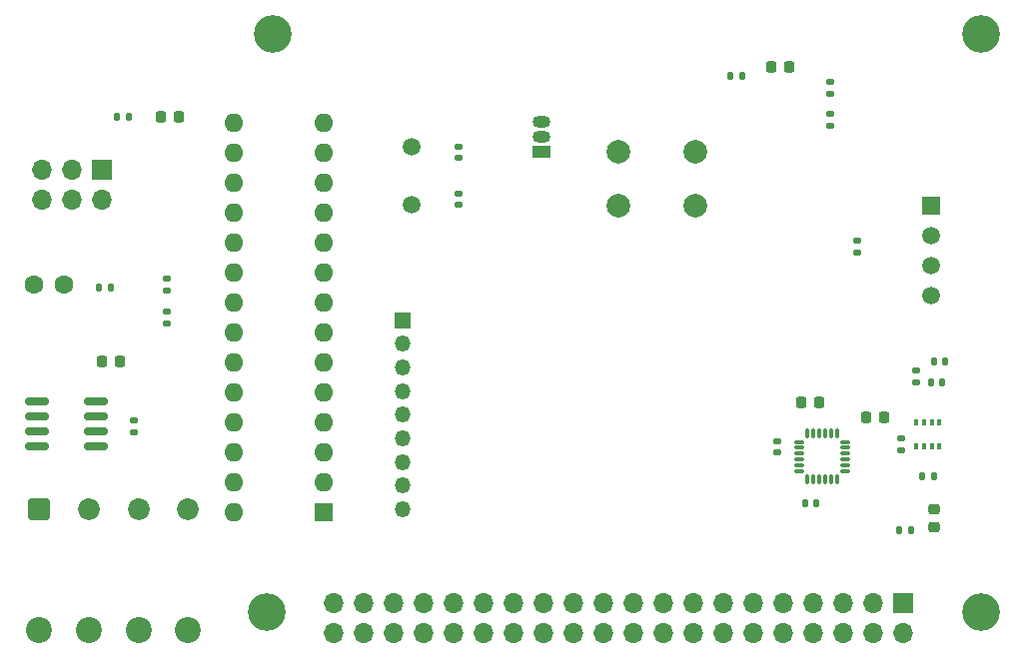
<source format=gbr>
%TF.GenerationSoftware,KiCad,Pcbnew,(6.0.7)*%
%TF.CreationDate,2023-01-16T15:03:51+03:00*%
%TF.ProjectId,Omarichet Sensor Shield 2,4f6d6172-6963-4686-9574-2053656e736f,rev?*%
%TF.SameCoordinates,Original*%
%TF.FileFunction,Soldermask,Top*%
%TF.FilePolarity,Negative*%
%FSLAX46Y46*%
G04 Gerber Fmt 4.6, Leading zero omitted, Abs format (unit mm)*
G04 Created by KiCad (PCBNEW (6.0.7)) date 2023-01-16 15:03:51*
%MOMM*%
%LPD*%
G01*
G04 APERTURE LIST*
G04 Aperture macros list*
%AMRoundRect*
0 Rectangle with rounded corners*
0 $1 Rounding radius*
0 $2 $3 $4 $5 $6 $7 $8 $9 X,Y pos of 4 corners*
0 Add a 4 corners polygon primitive as box body*
4,1,4,$2,$3,$4,$5,$6,$7,$8,$9,$2,$3,0*
0 Add four circle primitives for the rounded corners*
1,1,$1+$1,$2,$3*
1,1,$1+$1,$4,$5*
1,1,$1+$1,$6,$7*
1,1,$1+$1,$8,$9*
0 Add four rect primitives between the rounded corners*
20,1,$1+$1,$2,$3,$4,$5,0*
20,1,$1+$1,$4,$5,$6,$7,0*
20,1,$1+$1,$6,$7,$8,$9,0*
20,1,$1+$1,$8,$9,$2,$3,0*%
G04 Aperture macros list end*
%ADD10RoundRect,0.135000X0.185000X-0.135000X0.185000X0.135000X-0.185000X0.135000X-0.185000X-0.135000X0*%
%ADD11RoundRect,0.140000X-0.170000X0.140000X-0.170000X-0.140000X0.170000X-0.140000X0.170000X0.140000X0*%
%ADD12RoundRect,0.135000X-0.135000X-0.185000X0.135000X-0.185000X0.135000X0.185000X-0.135000X0.185000X0*%
%ADD13RoundRect,0.075000X0.350000X0.075000X-0.350000X0.075000X-0.350000X-0.075000X0.350000X-0.075000X0*%
%ADD14RoundRect,0.075000X-0.075000X0.350000X-0.075000X-0.350000X0.075000X-0.350000X0.075000X0.350000X0*%
%ADD15RoundRect,0.135000X-0.185000X0.135000X-0.185000X-0.135000X0.185000X-0.135000X0.185000X0.135000X0*%
%ADD16R,1.350000X1.350000*%
%ADD17O,1.350000X1.350000*%
%ADD18RoundRect,0.140000X0.140000X0.170000X-0.140000X0.170000X-0.140000X-0.170000X0.140000X-0.170000X0*%
%ADD19C,3.200000*%
%ADD20RoundRect,0.150000X-0.825000X-0.150000X0.825000X-0.150000X0.825000X0.150000X-0.825000X0.150000X0*%
%ADD21RoundRect,0.218750X0.218750X0.256250X-0.218750X0.256250X-0.218750X-0.256250X0.218750X-0.256250X0*%
%ADD22RoundRect,0.225000X-0.225000X-0.250000X0.225000X-0.250000X0.225000X0.250000X-0.225000X0.250000X0*%
%ADD23C,1.600000*%
%ADD24C,2.000000*%
%ADD25RoundRect,0.218750X-0.218750X-0.256250X0.218750X-0.256250X0.218750X0.256250X-0.218750X0.256250X0*%
%ADD26RoundRect,0.140000X0.170000X-0.140000X0.170000X0.140000X-0.170000X0.140000X-0.170000X-0.140000X0*%
%ADD27R,1.500000X1.050000*%
%ADD28O,1.500000X1.050000*%
%ADD29RoundRect,0.135000X0.135000X0.185000X-0.135000X0.185000X-0.135000X-0.185000X0.135000X-0.185000X0*%
%ADD30C,1.500000*%
%ADD31R,0.350000X0.500000*%
%ADD32R,1.600000X1.600000*%
%ADD33O,1.600000X1.600000*%
%ADD34RoundRect,0.218750X-0.256250X0.218750X-0.256250X-0.218750X0.256250X-0.218750X0.256250X0.218750X0*%
%ADD35C,2.200000*%
%ADD36RoundRect,0.250000X-0.675000X-0.675000X0.675000X-0.675000X0.675000X0.675000X-0.675000X0.675000X0*%
%ADD37C,1.850000*%
%ADD38RoundRect,0.225000X0.225000X0.250000X-0.225000X0.250000X-0.225000X-0.250000X0.225000X-0.250000X0*%
%ADD39R,1.500000X1.500000*%
%ADD40R,1.700000X1.700000*%
%ADD41O,1.700000X1.700000*%
G04 APERTURE END LIST*
D10*
%TO.C,R5*%
X175340000Y-93070000D03*
X175340000Y-92050000D03*
%TD*%
D11*
%TO.C,C10*%
X141590000Y-84100000D03*
X141590000Y-85060000D03*
%TD*%
D12*
%TO.C,R1*%
X180830000Y-112060000D03*
X181850000Y-112060000D03*
%TD*%
D13*
%TO.C,U2*%
X174320000Y-111622500D03*
X174320000Y-111122500D03*
X174320000Y-110622500D03*
X174320000Y-110122500D03*
X174320000Y-109622500D03*
X174320000Y-109122500D03*
D14*
X173620000Y-108422500D03*
X173120000Y-108422500D03*
X172620000Y-108422500D03*
X172120000Y-108422500D03*
X171620000Y-108422500D03*
X171120000Y-108422500D03*
D13*
X170420000Y-109122500D03*
X170420000Y-109622500D03*
X170420000Y-110122500D03*
X170420000Y-110622500D03*
X170420000Y-111122500D03*
X170420000Y-111622500D03*
D14*
X171120000Y-112322500D03*
X171620000Y-112322500D03*
X172120000Y-112322500D03*
X172620000Y-112322500D03*
X173120000Y-112322500D03*
X173620000Y-112322500D03*
%TD*%
D15*
%TO.C,R6*%
X116840000Y-95290000D03*
X116840000Y-96310000D03*
%TD*%
D16*
%TO.C,J3*%
X136840000Y-98810000D03*
D17*
X136840000Y-100810000D03*
X136840000Y-102810000D03*
X136840000Y-104810000D03*
X136840000Y-106810000D03*
X136840000Y-108810000D03*
X136840000Y-110810000D03*
X136840000Y-112810000D03*
X136840000Y-114810000D03*
%TD*%
D10*
%TO.C,R13*%
X173080000Y-82330000D03*
X173080000Y-81310000D03*
%TD*%
D18*
%TO.C,C3*%
X182820000Y-102310000D03*
X181860000Y-102310000D03*
%TD*%
D19*
%TO.C,H4*%
X185840000Y-74560000D03*
%TD*%
D20*
%TO.C,U3*%
X105865000Y-105655000D03*
X105865000Y-106925000D03*
X105865000Y-108195000D03*
X105865000Y-109465000D03*
X110815000Y-109465000D03*
X110815000Y-108195000D03*
X110815000Y-106925000D03*
X110815000Y-105655000D03*
%TD*%
D21*
%TO.C,D2*%
X117877500Y-81560000D03*
X116302500Y-81560000D03*
%TD*%
D18*
%TO.C,C6*%
X171870000Y-114310000D03*
X170910000Y-114310000D03*
%TD*%
D12*
%TO.C,R11*%
X164570000Y-78070000D03*
X165590000Y-78070000D03*
%TD*%
D22*
%TO.C,C5*%
X170565000Y-105810000D03*
X172115000Y-105810000D03*
%TD*%
D19*
%TO.C,H1*%
X185840000Y-123560000D03*
%TD*%
%TO.C,H3*%
X125840000Y-74560000D03*
%TD*%
D23*
%TO.C,R8*%
X105570000Y-95810000D03*
X108110000Y-95810000D03*
%TD*%
D10*
%TO.C,R2*%
X180300000Y-104090000D03*
X180300000Y-103070000D03*
%TD*%
D24*
%TO.C,SW1*%
X161590000Y-84560000D03*
X155090000Y-84560000D03*
X155090000Y-89060000D03*
X161590000Y-89060000D03*
%TD*%
D11*
%TO.C,C8*%
X114090000Y-107310000D03*
X114090000Y-108270000D03*
%TD*%
D25*
%TO.C,D3*%
X168042500Y-77320000D03*
X169617500Y-77320000D03*
%TD*%
D26*
%TO.C,C2*%
X168590000Y-110040000D03*
X168590000Y-109080000D03*
%TD*%
D27*
%TO.C,Q1*%
X148590000Y-84560000D03*
D28*
X148590000Y-83290000D03*
X148590000Y-82020000D03*
%TD*%
D29*
%TO.C,R10*%
X113600000Y-81560000D03*
X112580000Y-81560000D03*
%TD*%
D30*
%TO.C,Y1*%
X137590000Y-84110000D03*
X137590000Y-88990000D03*
%TD*%
D31*
%TO.C,U1*%
X182315000Y-109535000D03*
X181665000Y-109535000D03*
X181015000Y-109535000D03*
X180365000Y-109535000D03*
X180365000Y-107485000D03*
X181015000Y-107485000D03*
X181665000Y-107485000D03*
X182315000Y-107485000D03*
%TD*%
D32*
%TO.C,U5*%
X130140000Y-115060000D03*
D33*
X130140000Y-112520000D03*
X130140000Y-109980000D03*
X130140000Y-107440000D03*
X130140000Y-104900000D03*
X130140000Y-102360000D03*
X130140000Y-99820000D03*
X130140000Y-97280000D03*
X130140000Y-94740000D03*
X130140000Y-92200000D03*
X130140000Y-89660000D03*
X130140000Y-87120000D03*
X130140000Y-84580000D03*
X130140000Y-82040000D03*
X122520000Y-82040000D03*
X122520000Y-84580000D03*
X122520000Y-87120000D03*
X122520000Y-89660000D03*
X122520000Y-92200000D03*
X122520000Y-94740000D03*
X122520000Y-97280000D03*
X122520000Y-99820000D03*
X122520000Y-102360000D03*
X122520000Y-104900000D03*
X122520000Y-107440000D03*
X122520000Y-109980000D03*
X122520000Y-112520000D03*
X122520000Y-115060000D03*
%TD*%
D34*
%TO.C,D1*%
X181890000Y-114822500D03*
X181890000Y-116397500D03*
%TD*%
D19*
%TO.C,H2*%
X125340000Y-123560000D03*
%TD*%
D29*
%TO.C,R4*%
X179910000Y-116610000D03*
X178890000Y-116610000D03*
%TD*%
D35*
%TO.C,J2*%
X118640000Y-125070000D03*
X114440000Y-125070000D03*
X106040000Y-125070000D03*
X110240000Y-125070000D03*
D36*
X106040000Y-114870000D03*
D37*
X110240000Y-114870000D03*
X114440000Y-114870000D03*
X118640000Y-114870000D03*
%TD*%
D10*
%TO.C,R12*%
X173080000Y-79580000D03*
X173080000Y-78560000D03*
%TD*%
D38*
%TO.C,C7*%
X112890000Y-102310000D03*
X111340000Y-102310000D03*
%TD*%
D15*
%TO.C,R7*%
X116840000Y-98050000D03*
X116840000Y-99070000D03*
%TD*%
D39*
%TO.C,U4*%
X181590000Y-89060000D03*
D30*
X181590000Y-91600000D03*
X181590000Y-94140000D03*
X181590000Y-96680000D03*
%TD*%
D18*
%TO.C,C1*%
X182570000Y-104060000D03*
X181610000Y-104060000D03*
%TD*%
D40*
%TO.C,J4*%
X111340000Y-86060000D03*
D41*
X111340000Y-88600000D03*
X108800000Y-86060000D03*
X108800000Y-88600000D03*
X106260000Y-86060000D03*
X106260000Y-88600000D03*
%TD*%
D26*
%TO.C,C9*%
X141590000Y-89040000D03*
X141590000Y-88080000D03*
%TD*%
D10*
%TO.C,R3*%
X179090000Y-109820000D03*
X179090000Y-108800000D03*
%TD*%
D12*
%TO.C,R9*%
X111070000Y-96060000D03*
X112090000Y-96060000D03*
%TD*%
D22*
%TO.C,C4*%
X176090000Y-107060000D03*
X177640000Y-107060000D03*
%TD*%
D40*
%TO.C,J1*%
X179210000Y-122810000D03*
D41*
X179210000Y-125350000D03*
X176670000Y-122810000D03*
X176670000Y-125350000D03*
X174130000Y-122810000D03*
X174130000Y-125350000D03*
X171590000Y-122810000D03*
X171590000Y-125350000D03*
X169050000Y-122810000D03*
X169050000Y-125350000D03*
X166510000Y-122810000D03*
X166510000Y-125350000D03*
X163970000Y-122810000D03*
X163970000Y-125350000D03*
X161430000Y-122810000D03*
X161430000Y-125350000D03*
X158890000Y-122810000D03*
X158890000Y-125350000D03*
X156350000Y-122810000D03*
X156350000Y-125350000D03*
X153810000Y-122810000D03*
X153810000Y-125350000D03*
X151270000Y-122810000D03*
X151270000Y-125350000D03*
X148730000Y-122810000D03*
X148730000Y-125350000D03*
X146190000Y-122810000D03*
X146190000Y-125350000D03*
X143650000Y-122810000D03*
X143650000Y-125350000D03*
X141110000Y-122810000D03*
X141110000Y-125350000D03*
X138570000Y-122810000D03*
X138570000Y-125350000D03*
X136030000Y-122810000D03*
X136030000Y-125350000D03*
X133490000Y-122810000D03*
X133490000Y-125350000D03*
X130950000Y-122810000D03*
X130950000Y-125350000D03*
%TD*%
M02*

</source>
